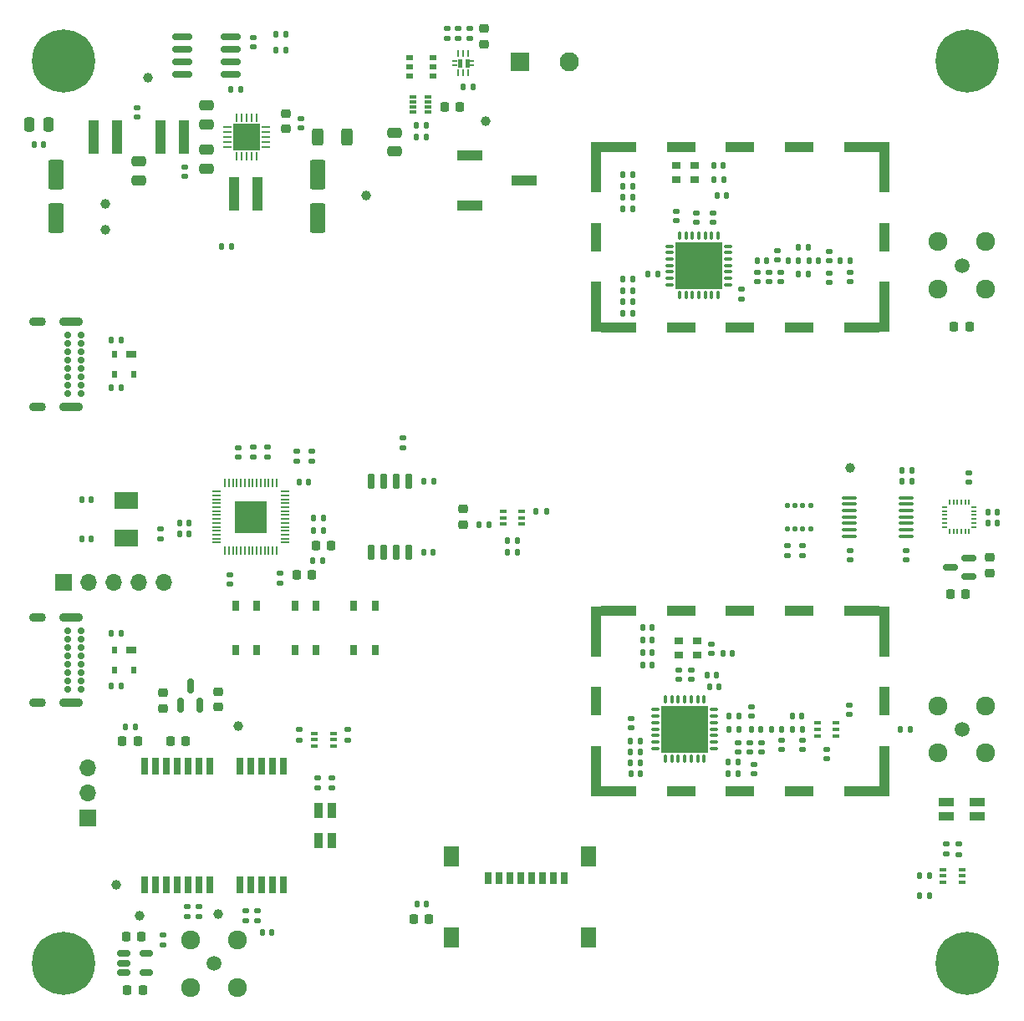
<source format=gts>
%TF.GenerationSoftware,KiCad,Pcbnew,(6.0.7-1)-1*%
%TF.CreationDate,2023-03-01T20:59:10-05:00*%
%TF.ProjectId,HABBoard,48414242-6f61-4726-942e-6b696361645f,rev?*%
%TF.SameCoordinates,Original*%
%TF.FileFunction,Soldermask,Top*%
%TF.FilePolarity,Negative*%
%FSLAX46Y46*%
G04 Gerber Fmt 4.6, Leading zero omitted, Abs format (unit mm)*
G04 Created by KiCad (PCBNEW (6.0.7-1)-1) date 2023-03-01 20:59:10*
%MOMM*%
%LPD*%
G01*
G04 APERTURE LIST*
G04 Aperture macros list*
%AMRoundRect*
0 Rectangle with rounded corners*
0 $1 Rounding radius*
0 $2 $3 $4 $5 $6 $7 $8 $9 X,Y pos of 4 corners*
0 Add a 4 corners polygon primitive as box body*
4,1,4,$2,$3,$4,$5,$6,$7,$8,$9,$2,$3,0*
0 Add four circle primitives for the rounded corners*
1,1,$1+$1,$2,$3*
1,1,$1+$1,$4,$5*
1,1,$1+$1,$6,$7*
1,1,$1+$1,$8,$9*
0 Add four rect primitives between the rounded corners*
20,1,$1+$1,$2,$3,$4,$5,0*
20,1,$1+$1,$4,$5,$6,$7,0*
20,1,$1+$1,$6,$7,$8,$9,0*
20,1,$1+$1,$8,$9,$2,$3,0*%
G04 Aperture macros list end*
%ADD10C,0.100000*%
%ADD11RoundRect,0.140000X-0.140000X-0.170000X0.140000X-0.170000X0.140000X0.170000X-0.140000X0.170000X0*%
%ADD12RoundRect,0.140000X0.170000X-0.140000X0.170000X0.140000X-0.170000X0.140000X-0.170000X-0.140000X0*%
%ADD13RoundRect,0.140000X-0.170000X0.140000X-0.170000X-0.140000X0.170000X-0.140000X0.170000X0.140000X0*%
%ADD14C,1.000000*%
%ADD15RoundRect,0.135000X0.185000X-0.135000X0.185000X0.135000X-0.185000X0.135000X-0.185000X-0.135000X0*%
%ADD16RoundRect,0.135000X0.135000X0.185000X-0.135000X0.185000X-0.135000X-0.185000X0.135000X-0.185000X0*%
%ADD17RoundRect,0.075000X-0.075000X0.312500X-0.075000X-0.312500X0.075000X-0.312500X0.075000X0.312500X0*%
%ADD18RoundRect,0.075000X-0.312500X0.075000X-0.312500X-0.075000X0.312500X-0.075000X0.312500X0.075000X0*%
%ADD19R,4.800000X4.800000*%
%ADD20R,1.000000X0.700000*%
%ADD21R,0.600000X0.700000*%
%ADD22R,0.980000X3.400000*%
%ADD23RoundRect,0.147500X-0.147500X-0.172500X0.147500X-0.172500X0.147500X0.172500X-0.147500X0.172500X0*%
%ADD24RoundRect,0.135000X-0.135000X-0.185000X0.135000X-0.185000X0.135000X0.185000X-0.135000X0.185000X0*%
%ADD25RoundRect,0.050000X-0.050000X0.387500X-0.050000X-0.387500X0.050000X-0.387500X0.050000X0.387500X0*%
%ADD26RoundRect,0.050000X-0.387500X0.050000X-0.387500X-0.050000X0.387500X-0.050000X0.387500X0.050000X0*%
%ADD27R,3.200000X3.200000*%
%ADD28RoundRect,0.012800X-0.317200X-0.147200X0.317200X-0.147200X0.317200X0.147200X-0.317200X0.147200X0*%
%ADD29RoundRect,0.225000X0.250000X-0.225000X0.250000X0.225000X-0.250000X0.225000X-0.250000X-0.225000X0*%
%ADD30R,0.900000X1.500000*%
%ADD31RoundRect,0.135000X-0.185000X0.135000X-0.185000X-0.135000X0.185000X-0.135000X0.185000X0.135000X0*%
%ADD32RoundRect,0.140000X0.140000X0.170000X-0.140000X0.170000X-0.140000X-0.170000X0.140000X-0.170000X0*%
%ADD33R,0.650000X0.400000*%
%ADD34RoundRect,0.250000X0.475000X-0.250000X0.475000X0.250000X-0.475000X0.250000X-0.475000X-0.250000X0*%
%ADD35RoundRect,0.100000X0.637500X0.100000X-0.637500X0.100000X-0.637500X-0.100000X0.637500X-0.100000X0*%
%ADD36RoundRect,0.250000X-0.475000X0.250000X-0.475000X-0.250000X0.475000X-0.250000X0.475000X0.250000X0*%
%ADD37R,2.400000X1.800000*%
%ADD38RoundRect,0.250000X-0.312500X-0.625000X0.312500X-0.625000X0.312500X0.625000X-0.312500X0.625000X0*%
%ADD39RoundRect,0.062500X0.062500X-0.337500X0.062500X0.337500X-0.062500X0.337500X-0.062500X-0.337500X0*%
%ADD40RoundRect,0.062500X0.337500X-0.062500X0.337500X0.062500X-0.337500X0.062500X-0.337500X-0.062500X0*%
%ADD41R,2.700000X2.700000*%
%ADD42R,1.700000X1.700000*%
%ADD43O,1.700000X1.700000*%
%ADD44RoundRect,0.225000X-0.225000X-0.250000X0.225000X-0.250000X0.225000X0.250000X-0.225000X0.250000X0*%
%ADD45RoundRect,0.150000X-0.512500X-0.150000X0.512500X-0.150000X0.512500X0.150000X-0.512500X0.150000X0*%
%ADD46R,1.500000X0.900000*%
%ADD47RoundRect,0.225000X0.225000X0.250000X-0.225000X0.250000X-0.225000X-0.250000X0.225000X-0.250000X0*%
%ADD48RoundRect,0.050000X0.050000X-0.225000X0.050000X0.225000X-0.050000X0.225000X-0.050000X-0.225000X0*%
%ADD49RoundRect,0.050000X0.225000X0.050000X-0.225000X0.050000X-0.225000X-0.050000X0.225000X-0.050000X0*%
%ADD50RoundRect,0.225000X-0.250000X0.225000X-0.250000X-0.225000X0.250000X-0.225000X0.250000X0.225000X0*%
%ADD51R,0.800000X1.800000*%
%ADD52RoundRect,0.150000X0.587500X0.150000X-0.587500X0.150000X-0.587500X-0.150000X0.587500X-0.150000X0*%
%ADD53C,0.700000*%
%ADD54O,2.400000X0.900000*%
%ADD55O,1.700000X0.900000*%
%ADD56RoundRect,0.218750X0.256250X-0.218750X0.256250X0.218750X-0.256250X0.218750X-0.256250X-0.218750X0*%
%ADD57RoundRect,0.125000X-0.125000X-0.137500X0.125000X-0.137500X0.125000X0.137500X-0.125000X0.137500X0*%
%ADD58R,2.500000X1.000000*%
%ADD59R,0.558800X0.254000*%
%ADD60R,0.254000X0.711200*%
%ADD61C,6.400000*%
%ADD62R,0.700000X1.000000*%
%ADD63R,0.800000X1.200000*%
%ADD64R,1.500000X2.000000*%
%ADD65C,1.508000*%
%ADD66C,1.920000*%
%ADD67RoundRect,0.250000X-0.550000X1.250000X-0.550000X-1.250000X0.550000X-1.250000X0.550000X1.250000X0*%
%ADD68R,1.950000X1.950000*%
%ADD69C,1.950000*%
%ADD70R,0.700000X0.510000*%
%ADD71R,0.900000X0.800000*%
%ADD72R,0.990000X5.140000*%
%ADD73R,0.990000X3.000000*%
%ADD74R,3.590000X0.990000*%
%ADD75R,3.000000X0.990000*%
%ADD76R,2.990000X0.990000*%
%ADD77RoundRect,0.150000X0.150000X-0.587500X0.150000X0.587500X-0.150000X0.587500X-0.150000X-0.587500X0*%
%ADD78RoundRect,0.250000X0.250000X0.475000X-0.250000X0.475000X-0.250000X-0.475000X0.250000X-0.475000X0*%
%ADD79RoundRect,0.218750X-0.218750X-0.256250X0.218750X-0.256250X0.218750X0.256250X-0.218750X0.256250X0*%
%ADD80RoundRect,0.150000X-0.825000X-0.150000X0.825000X-0.150000X0.825000X0.150000X-0.825000X0.150000X0*%
%ADD81RoundRect,0.150000X-0.150000X0.650000X-0.150000X-0.650000X0.150000X-0.650000X0.150000X0.650000X0*%
G04 APERTURE END LIST*
%TO.C,U12*%
G36*
X72299600Y-29877063D02*
G01*
X71958400Y-29877063D01*
X71958400Y-29122937D01*
X72299600Y-29122937D01*
X72299600Y-29877063D01*
G37*
D10*
X72299600Y-29877063D02*
X71958400Y-29877063D01*
X71958400Y-29122937D01*
X72299600Y-29122937D01*
X72299600Y-29877063D01*
G36*
X73041600Y-29877063D02*
G01*
X72700400Y-29877063D01*
X72700400Y-29122937D01*
X73041600Y-29122937D01*
X73041600Y-29877063D01*
G37*
X73041600Y-29877063D02*
X72700400Y-29877063D01*
X72700400Y-29122937D01*
X73041600Y-29122937D01*
X73041600Y-29877063D01*
%TD*%
D11*
%TO.C,C37*%
X97895000Y-39850000D03*
X98855000Y-39850000D03*
%TD*%
%TO.C,C77*%
X105455000Y-49500000D03*
X106415000Y-49500000D03*
%TD*%
%TO.C,C25*%
X98195000Y-42925000D03*
X99155000Y-42925000D03*
%TD*%
D12*
%TO.C,C28*%
X96115000Y-45630000D03*
X96115000Y-44670000D03*
%TD*%
%TO.C,C19*%
X89515000Y-96895000D03*
X89515000Y-95935000D03*
%TD*%
D13*
%TO.C,C83*%
X109585000Y-48570000D03*
X109585000Y-49530000D03*
%TD*%
D14*
%TO.C,TP10*%
X62625000Y-42925000D03*
%TD*%
D15*
%TO.C,R10*%
X51250000Y-69435000D03*
X51250000Y-68415000D03*
%TD*%
D16*
%TO.C,R26*%
X80910000Y-74925000D03*
X79890000Y-74925000D03*
%TD*%
D11*
%TO.C,C63*%
X33890000Y-77750000D03*
X34850000Y-77750000D03*
%TD*%
D17*
%TO.C,U10*%
X96885000Y-93997500D03*
X96235000Y-93997500D03*
X95585000Y-93997500D03*
X94935000Y-93997500D03*
X94285000Y-93997500D03*
X93635000Y-93997500D03*
X92985000Y-93997500D03*
D18*
X91947500Y-95035000D03*
X91947500Y-95685000D03*
X91947500Y-96335000D03*
X91947500Y-96985000D03*
X91947500Y-97635000D03*
X91947500Y-98285000D03*
X91947500Y-98935000D03*
D17*
X92985000Y-99972500D03*
X93635000Y-99972500D03*
X94285000Y-99972500D03*
X94935000Y-99972500D03*
X95585000Y-99972500D03*
X96235000Y-99972500D03*
X96885000Y-99972500D03*
D18*
X97922500Y-98935000D03*
X97922500Y-98285000D03*
X97922500Y-97635000D03*
X97922500Y-96985000D03*
X97922500Y-96335000D03*
X97922500Y-95685000D03*
X97922500Y-95035000D03*
D19*
X94935000Y-96985000D03*
%TD*%
D20*
%TO.C,D1*%
X38900000Y-59000000D03*
D21*
X37200000Y-59000000D03*
X37200000Y-61000000D03*
X39100000Y-61000000D03*
%TD*%
D12*
%TO.C,C29*%
X97815000Y-45630000D03*
X97815000Y-44670000D03*
%TD*%
D16*
%TO.C,R31*%
X54560000Y-28200000D03*
X53540000Y-28200000D03*
%TD*%
%TO.C,R23*%
X78010000Y-77900000D03*
X76990000Y-77900000D03*
%TD*%
D22*
%TO.C,L3*%
X37435000Y-37000000D03*
X35065000Y-37000000D03*
%TD*%
D12*
%TO.C,C30*%
X56050000Y-36080000D03*
X56050000Y-35120000D03*
%TD*%
D23*
%TO.C,FB11*%
X88665000Y-51400000D03*
X89635000Y-51400000D03*
%TD*%
D24*
%TO.C,R11*%
X116940000Y-71900000D03*
X117960000Y-71900000D03*
%TD*%
D23*
%TO.C,L9*%
X99450000Y-97035000D03*
X100420000Y-97035000D03*
%TD*%
%TO.C,FB15*%
X88680000Y-40825000D03*
X89650000Y-40825000D03*
%TD*%
D11*
%TO.C,C15*%
X125620000Y-75025000D03*
X126580000Y-75025000D03*
%TD*%
D25*
%TO.C,U5*%
X53580000Y-72062500D03*
X53180000Y-72062500D03*
X52780000Y-72062500D03*
X52380000Y-72062500D03*
X51980000Y-72062500D03*
X51580000Y-72062500D03*
X51180000Y-72062500D03*
X50780000Y-72062500D03*
X50380000Y-72062500D03*
X49980000Y-72062500D03*
X49580000Y-72062500D03*
X49180000Y-72062500D03*
X48780000Y-72062500D03*
X48380000Y-72062500D03*
D26*
X47542500Y-72900000D03*
X47542500Y-73300000D03*
X47542500Y-73700000D03*
X47542500Y-74100000D03*
X47542500Y-74500000D03*
X47542500Y-74900000D03*
X47542500Y-75300000D03*
X47542500Y-75700000D03*
X47542500Y-76100000D03*
X47542500Y-76500000D03*
X47542500Y-76900000D03*
X47542500Y-77300000D03*
X47542500Y-77700000D03*
X47542500Y-78100000D03*
D25*
X48380000Y-78937500D03*
X48780000Y-78937500D03*
X49180000Y-78937500D03*
X49580000Y-78937500D03*
X49980000Y-78937500D03*
X50380000Y-78937500D03*
X50780000Y-78937500D03*
X51180000Y-78937500D03*
X51580000Y-78937500D03*
X51980000Y-78937500D03*
X52380000Y-78937500D03*
X52780000Y-78937500D03*
X53180000Y-78937500D03*
X53580000Y-78937500D03*
D26*
X54417500Y-78100000D03*
X54417500Y-77700000D03*
X54417500Y-77300000D03*
X54417500Y-76900000D03*
X54417500Y-76500000D03*
X54417500Y-76100000D03*
X54417500Y-75700000D03*
X54417500Y-75300000D03*
X54417500Y-74900000D03*
X54417500Y-74500000D03*
X54417500Y-74100000D03*
X54417500Y-73700000D03*
X54417500Y-73300000D03*
X54417500Y-72900000D03*
D27*
X50980000Y-75500000D03*
%TD*%
D28*
%TO.C,U15*%
X67445000Y-32950000D03*
X67445000Y-33450000D03*
X67445000Y-33950000D03*
X67445000Y-34450000D03*
X68915000Y-34450000D03*
X68915000Y-33950000D03*
X68915000Y-33450000D03*
X68915000Y-32950000D03*
%TD*%
D12*
%TO.C,C78*%
X101985000Y-101515000D03*
X101985000Y-100555000D03*
%TD*%
D13*
%TO.C,C75*%
X100335000Y-98355000D03*
X100335000Y-99315000D03*
%TD*%
D29*
%TO.C,C54*%
X74575000Y-27575000D03*
X74575000Y-26025000D03*
%TD*%
D11*
%TO.C,C9*%
X68470000Y-79100000D03*
X69430000Y-79100000D03*
%TD*%
D16*
%TO.C,R1*%
X37885000Y-92600000D03*
X36865000Y-92600000D03*
%TD*%
D12*
%TO.C,C6*%
X49670000Y-69420000D03*
X49670000Y-68460000D03*
%TD*%
D30*
%TO.C,D3*%
X59200000Y-108300000D03*
X57800000Y-108300000D03*
X59200000Y-105200000D03*
X57800000Y-105200000D03*
%TD*%
D15*
%TO.C,R16*%
X60800000Y-98085000D03*
X60800000Y-97065000D03*
%TD*%
D23*
%TO.C,FB7*%
X90690000Y-86695000D03*
X91660000Y-86695000D03*
%TD*%
D13*
%TO.C,C82*%
X104735000Y-98135000D03*
X104735000Y-99095000D03*
%TD*%
D11*
%TO.C,C62*%
X33890000Y-73750000D03*
X34850000Y-73750000D03*
%TD*%
D31*
%TO.C,R35*%
X73125000Y-26015000D03*
X73125000Y-27035000D03*
%TD*%
D32*
%TO.C,C33*%
X29980000Y-37750000D03*
X29020000Y-37750000D03*
%TD*%
D33*
%TO.C,Q2*%
X123025000Y-112525000D03*
X123025000Y-111875000D03*
X123025000Y-111225000D03*
X121125000Y-111225000D03*
X121125000Y-111875000D03*
X121125000Y-112525000D03*
%TD*%
D34*
%TO.C,C57*%
X46500000Y-35700000D03*
X46500000Y-33800000D03*
%TD*%
D23*
%TO.C,FB17*%
X88665000Y-43125000D03*
X89635000Y-43125000D03*
%TD*%
D35*
%TO.C,U7*%
X117362500Y-77450000D03*
X117362500Y-76800000D03*
X117362500Y-76150000D03*
X117362500Y-75500000D03*
X117362500Y-74850000D03*
X117362500Y-74200000D03*
X117362500Y-73550000D03*
X111637500Y-73550000D03*
X111637500Y-74200000D03*
X111637500Y-74850000D03*
X111637500Y-75500000D03*
X111637500Y-76150000D03*
X111637500Y-76800000D03*
X111637500Y-77450000D03*
%TD*%
D15*
%TO.C,R27*%
X42050000Y-118910000D03*
X42050000Y-117890000D03*
%TD*%
D24*
%TO.C,R4*%
X36865000Y-57575000D03*
X37885000Y-57575000D03*
%TD*%
D12*
%TO.C,C64*%
X104350000Y-49480000D03*
X104350000Y-48520000D03*
%TD*%
D36*
%TO.C,C58*%
X39625000Y-39475000D03*
X39625000Y-41375000D03*
%TD*%
D23*
%TO.C,FB16*%
X88680000Y-41975000D03*
X89650000Y-41975000D03*
%TD*%
D14*
%TO.C,TP7*%
X111650000Y-70550000D03*
%TD*%
D11*
%TO.C,C12*%
X57370000Y-76900000D03*
X58330000Y-76900000D03*
%TD*%
D15*
%TO.C,R29*%
X50450000Y-116410000D03*
X50450000Y-115390000D03*
%TD*%
D37*
%TO.C,Y3*%
X38350000Y-77650000D03*
X38350000Y-73850000D03*
%TD*%
D11*
%TO.C,C74*%
X116801250Y-97050000D03*
X117761250Y-97050000D03*
%TD*%
D12*
%TO.C,C23*%
X111635000Y-95515000D03*
X111635000Y-94555000D03*
%TD*%
D38*
%TO.C,R37*%
X57787500Y-37000000D03*
X60712500Y-37000000D03*
%TD*%
D39*
%TO.C,U14*%
X49575000Y-38950000D03*
X50075000Y-38950000D03*
X50575000Y-38950000D03*
X51075000Y-38950000D03*
X51575000Y-38950000D03*
D40*
X52525000Y-38000000D03*
X52525000Y-37500000D03*
X52525000Y-37000000D03*
X52525000Y-36500000D03*
X52525000Y-36000000D03*
D39*
X51575000Y-35050000D03*
X51075000Y-35050000D03*
X50575000Y-35050000D03*
X50075000Y-35050000D03*
X49575000Y-35050000D03*
D40*
X48625000Y-36000000D03*
X48625000Y-36500000D03*
X48625000Y-37000000D03*
X48625000Y-37500000D03*
X48625000Y-38000000D03*
D41*
X50575000Y-37000000D03*
%TD*%
D31*
%TO.C,R13*%
X66425000Y-67440000D03*
X66425000Y-68460000D03*
%TD*%
D42*
%TO.C,J6*%
X32025000Y-82150000D03*
D43*
X34565000Y-82150000D03*
X37105000Y-82150000D03*
X39645000Y-82150000D03*
X42185000Y-82150000D03*
%TD*%
D44*
%TO.C,C53*%
X70625000Y-33950000D03*
X72175000Y-33950000D03*
%TD*%
D23*
%TO.C,FB12*%
X88665000Y-52550000D03*
X89635000Y-52550000D03*
%TD*%
D45*
%TO.C,U1*%
X38112500Y-119750000D03*
X38112500Y-120700000D03*
X38112500Y-121650000D03*
X40387500Y-121650000D03*
X40387500Y-119750000D03*
%TD*%
D23*
%TO.C,L13*%
X105850000Y-97015000D03*
X106820000Y-97015000D03*
%TD*%
D11*
%TO.C,C34*%
X48970000Y-32200000D03*
X49930000Y-32200000D03*
%TD*%
D32*
%TO.C,C71*%
X107415000Y-48200000D03*
X106455000Y-48200000D03*
%TD*%
D33*
%TO.C,Q3*%
X78450000Y-76225000D03*
X78450000Y-75575000D03*
X78450000Y-74925000D03*
X76550000Y-74925000D03*
X76550000Y-75575000D03*
X76550000Y-76225000D03*
%TD*%
D16*
%TO.C,R25*%
X75110000Y-76300000D03*
X74090000Y-76300000D03*
%TD*%
D23*
%TO.C,FB8*%
X90680000Y-87955000D03*
X91650000Y-87955000D03*
%TD*%
D31*
%TO.C,R33*%
X72000000Y-26015000D03*
X72000000Y-27035000D03*
%TD*%
D23*
%TO.C,L7*%
X107500000Y-49500000D03*
X108470000Y-49500000D03*
%TD*%
D13*
%TO.C,C67*%
X101535000Y-98355000D03*
X101535000Y-99315000D03*
%TD*%
D46*
%TO.C,D4*%
X124550000Y-104400000D03*
X124550000Y-105800000D03*
X121450000Y-104400000D03*
X121450000Y-105800000D03*
%TD*%
D32*
%TO.C,C24*%
X92180000Y-50850000D03*
X91220000Y-50850000D03*
%TD*%
D11*
%TO.C,C11*%
X55870000Y-72000000D03*
X56830000Y-72000000D03*
%TD*%
D47*
%TO.C,C44*%
X40025000Y-123400000D03*
X38475000Y-123400000D03*
%TD*%
D48*
%TO.C,U8*%
X121750000Y-77000000D03*
X122150000Y-77000000D03*
X122550000Y-77000000D03*
X122950000Y-77000000D03*
X123350000Y-77000000D03*
X123750000Y-77000000D03*
D49*
X124250000Y-76500000D03*
X124250000Y-76100000D03*
X124250000Y-75700000D03*
X124250000Y-75300000D03*
X124250000Y-74900000D03*
X124250000Y-74500000D03*
D48*
X123750000Y-74000000D03*
X123350000Y-74000000D03*
X122950000Y-74000000D03*
X122550000Y-74000000D03*
X122150000Y-74000000D03*
X121750000Y-74000000D03*
D49*
X121250000Y-74500000D03*
X121250000Y-74900000D03*
X121250000Y-75300000D03*
X121250000Y-75700000D03*
X121250000Y-76100000D03*
X121250000Y-76500000D03*
%TD*%
D14*
%TO.C,TP4*%
X47650000Y-115700000D03*
%TD*%
D11*
%TO.C,C21*%
X97165000Y-91555000D03*
X98125000Y-91555000D03*
%TD*%
D13*
%TO.C,C36*%
X105300000Y-78420000D03*
X105300000Y-79380000D03*
%TD*%
D23*
%TO.C,FB14*%
X88665000Y-54850000D03*
X89635000Y-54850000D03*
%TD*%
D50*
%TO.C,C51*%
X125800000Y-79625000D03*
X125800000Y-81175000D03*
%TD*%
D24*
%TO.C,R34*%
X72515000Y-31925000D03*
X73535000Y-31925000D03*
%TD*%
D13*
%TO.C,C5*%
X53950000Y-81220000D03*
X53950000Y-82180000D03*
%TD*%
D23*
%TO.C,FB5*%
X89460000Y-100385000D03*
X90430000Y-100385000D03*
%TD*%
%TO.C,L10*%
X102265000Y-49500000D03*
X103235000Y-49500000D03*
%TD*%
D13*
%TO.C,C17*%
X117400000Y-78920000D03*
X117400000Y-79880000D03*
%TD*%
D51*
%TO.C,U3*%
X40250000Y-112750000D03*
X41350000Y-112750000D03*
X42450000Y-112750000D03*
X43550000Y-112750000D03*
X44650000Y-112750000D03*
X45750000Y-112750000D03*
X46850000Y-112750000D03*
X49850000Y-112750000D03*
X50950000Y-112750000D03*
X52050000Y-112750000D03*
X53150000Y-112750000D03*
X54250000Y-112750000D03*
X54250000Y-100750000D03*
X53150000Y-100750000D03*
X52050000Y-100750000D03*
X50950000Y-100750000D03*
X49850000Y-100750000D03*
X46850000Y-100750000D03*
X45750000Y-100750000D03*
X44650000Y-100750000D03*
X43550000Y-100750000D03*
X42450000Y-100750000D03*
X41350000Y-100750000D03*
X40250000Y-100750000D03*
%TD*%
D31*
%TO.C,R8*%
X45750000Y-114990000D03*
X45750000Y-116010000D03*
%TD*%
D23*
%TO.C,FB4*%
X89440000Y-99285000D03*
X90410000Y-99285000D03*
%TD*%
D13*
%TO.C,C38*%
X106900000Y-78420000D03*
X106900000Y-79380000D03*
%TD*%
%TO.C,C65*%
X111685000Y-50720000D03*
X111685000Y-51680000D03*
%TD*%
D15*
%TO.C,R5*%
X57150000Y-69810000D03*
X57150000Y-68790000D03*
%TD*%
D23*
%TO.C,FB13*%
X88665000Y-53700000D03*
X89635000Y-53700000D03*
%TD*%
D11*
%TO.C,C27*%
X97445000Y-92745000D03*
X98405000Y-92745000D03*
%TD*%
D52*
%TO.C,U9*%
X123687500Y-81550000D03*
X123687500Y-79650000D03*
X121812500Y-80600000D03*
%TD*%
D53*
%TO.C,J1*%
X33775000Y-57025000D03*
X33775000Y-57875000D03*
X33775000Y-58725000D03*
X33775000Y-59575000D03*
X33775000Y-60425000D03*
X33775000Y-61275000D03*
X33775000Y-62125000D03*
X33775000Y-62975000D03*
X32425000Y-62975000D03*
X32425000Y-62125000D03*
X32425000Y-61275000D03*
X32425000Y-60425000D03*
X32425000Y-59575000D03*
X32425000Y-58725000D03*
X32425000Y-57875000D03*
X32425000Y-57025000D03*
D54*
X32795000Y-64325000D03*
X32795000Y-55675000D03*
D55*
X29415000Y-64325000D03*
X29415000Y-55675000D03*
%TD*%
D53*
%TO.C,J2*%
X33775000Y-87025000D03*
X33775000Y-87875000D03*
X33775000Y-88725000D03*
X33775000Y-89575000D03*
X33775000Y-90425000D03*
X33775000Y-91275000D03*
X33775000Y-92125000D03*
X33775000Y-92975000D03*
X32425000Y-92975000D03*
X32425000Y-92125000D03*
X32425000Y-91275000D03*
X32425000Y-90425000D03*
X32425000Y-89575000D03*
X32425000Y-88725000D03*
X32425000Y-87875000D03*
X32425000Y-87025000D03*
D54*
X32795000Y-85675000D03*
D55*
X29415000Y-94325000D03*
D54*
X32795000Y-94325000D03*
D55*
X29415000Y-85675000D03*
%TD*%
D56*
%TO.C,D5*%
X72475000Y-76287500D03*
X72475000Y-74712500D03*
%TD*%
D57*
%TO.C,U6*%
X105300000Y-74312500D03*
X106100000Y-74312500D03*
X106900000Y-74312500D03*
X107700000Y-74312500D03*
X107700000Y-76687500D03*
X106900000Y-76687500D03*
X106100000Y-76687500D03*
X105300000Y-76687500D03*
%TD*%
D13*
%TO.C,C76*%
X103450000Y-50720000D03*
X103450000Y-51680000D03*
%TD*%
D14*
%TO.C,TP5*%
X49675000Y-96700000D03*
%TD*%
D12*
%TO.C,C32*%
X39500000Y-34980000D03*
X39500000Y-34020000D03*
%TD*%
D14*
%TO.C,TP2*%
X39725000Y-115875000D03*
%TD*%
D58*
%TO.C,SW4*%
X73150000Y-38900000D03*
X78650000Y-41400000D03*
X73150000Y-43900000D03*
%TD*%
D59*
%TO.C,U12*%
X73321000Y-29750063D03*
X73321000Y-29249937D03*
D60*
X73000126Y-28499999D03*
X72500000Y-28499999D03*
X71999874Y-28499999D03*
D59*
X71679000Y-29249937D03*
X71679000Y-29750063D03*
D60*
X71999874Y-30500001D03*
X72500000Y-30500001D03*
X73000126Y-30500001D03*
%TD*%
D23*
%TO.C,L5*%
X99450000Y-95685000D03*
X100420000Y-95685000D03*
%TD*%
D16*
%TO.C,R28*%
X68760000Y-37000000D03*
X67740000Y-37000000D03*
%TD*%
D61*
%TO.C,H4*%
X123500000Y-120750000D03*
%TD*%
D62*
%TO.C,SW3*%
X61425000Y-89000000D03*
X61425000Y-84500000D03*
X63575000Y-89000000D03*
X63575000Y-84500000D03*
%TD*%
D23*
%TO.C,FB10*%
X90670000Y-90495000D03*
X91640000Y-90495000D03*
%TD*%
D14*
%TO.C,TP1*%
X36250000Y-46425000D03*
%TD*%
D23*
%TO.C,FB3*%
X89440000Y-98215000D03*
X90410000Y-98215000D03*
%TD*%
D42*
%TO.C,J5*%
X34450000Y-106000000D03*
D43*
X34450000Y-103460000D03*
X34450000Y-100920000D03*
%TD*%
D12*
%TO.C,C73*%
X109335000Y-100015000D03*
X109335000Y-99055000D03*
%TD*%
D63*
%TO.C,J3*%
X75025000Y-112125000D03*
X76125000Y-112125000D03*
X77225000Y-112125000D03*
X78325000Y-112125000D03*
X79425000Y-112125000D03*
X80525000Y-112125000D03*
X81625000Y-112125000D03*
X82725000Y-112125000D03*
D64*
X85195000Y-109925000D03*
X85195000Y-118125000D03*
X71305000Y-118125000D03*
X71305000Y-109925000D03*
%TD*%
D16*
%TO.C,R3*%
X37885000Y-62375000D03*
X36865000Y-62375000D03*
%TD*%
D15*
%TO.C,R15*%
X55925000Y-98085000D03*
X55925000Y-97065000D03*
%TD*%
D62*
%TO.C,SW2*%
X55425000Y-89000000D03*
X55425000Y-84500000D03*
X57575000Y-89000000D03*
X57575000Y-84500000D03*
%TD*%
D24*
%TO.C,R30*%
X53540000Y-26600000D03*
X54560000Y-26600000D03*
%TD*%
D23*
%TO.C,FB9*%
X90670000Y-89205000D03*
X91640000Y-89205000D03*
%TD*%
%TO.C,L11*%
X99350000Y-101485000D03*
X100320000Y-101485000D03*
%TD*%
%TO.C,FB6*%
X89480000Y-101485000D03*
X90450000Y-101485000D03*
%TD*%
D13*
%TO.C,C69*%
X102735000Y-98355000D03*
X102735000Y-99315000D03*
%TD*%
D11*
%TO.C,C80*%
X101655000Y-97015000D03*
X102615000Y-97015000D03*
%TD*%
D17*
%TO.C,U11*%
X98315000Y-47012500D03*
X97665000Y-47012500D03*
X97015000Y-47012500D03*
X96365000Y-47012500D03*
X95715000Y-47012500D03*
X95065000Y-47012500D03*
X94415000Y-47012500D03*
D18*
X93377500Y-48050000D03*
X93377500Y-48700000D03*
X93377500Y-49350000D03*
X93377500Y-50000000D03*
X93377500Y-50650000D03*
X93377500Y-51300000D03*
X93377500Y-51950000D03*
D17*
X94415000Y-52987500D03*
X95065000Y-52987500D03*
X95715000Y-52987500D03*
X96365000Y-52987500D03*
X97015000Y-52987500D03*
X97665000Y-52987500D03*
X98315000Y-52987500D03*
D18*
X99352500Y-51950000D03*
X99352500Y-51300000D03*
X99352500Y-50650000D03*
X99352500Y-50000000D03*
X99352500Y-49350000D03*
X99352500Y-48700000D03*
X99352500Y-48050000D03*
D19*
X96365000Y-50000000D03*
%TD*%
D33*
%TO.C,Q1*%
X59325000Y-98725000D03*
X59325000Y-98075000D03*
X59325000Y-97425000D03*
X57425000Y-97425000D03*
X57425000Y-98075000D03*
X57425000Y-98725000D03*
%TD*%
D29*
%TO.C,C52*%
X54500000Y-36175000D03*
X54500000Y-34625000D03*
%TD*%
D23*
%TO.C,L8*%
X110700000Y-49500000D03*
X111670000Y-49500000D03*
%TD*%
D32*
%TO.C,C14*%
X44730000Y-77200000D03*
X43770000Y-77200000D03*
%TD*%
D62*
%TO.C,SW1*%
X49425000Y-89000000D03*
X49425000Y-84500000D03*
X51575000Y-89000000D03*
X51575000Y-84500000D03*
%TD*%
D12*
%TO.C,C81*%
X101685000Y-95665000D03*
X101685000Y-94705000D03*
%TD*%
D11*
%TO.C,C16*%
X125620000Y-76100000D03*
X126580000Y-76100000D03*
%TD*%
D15*
%TO.C,R9*%
X52650000Y-69435000D03*
X52650000Y-68415000D03*
%TD*%
D31*
%TO.C,R7*%
X44550000Y-114990000D03*
X44550000Y-116010000D03*
%TD*%
D24*
%TO.C,R32*%
X68490000Y-71900000D03*
X69510000Y-71900000D03*
%TD*%
D32*
%TO.C,C8*%
X44730000Y-76125000D03*
X43770000Y-76125000D03*
%TD*%
D33*
%TO.C,U13*%
X108385000Y-96365000D03*
X108385000Y-97015000D03*
X108385000Y-97665000D03*
X110285000Y-97665000D03*
X110285000Y-97015000D03*
X110285000Y-96365000D03*
%TD*%
D65*
%TO.C,J8*%
X123000000Y-97025000D03*
D66*
X120600000Y-94625000D03*
X120600000Y-99425000D03*
X125400000Y-99425000D03*
X125400000Y-94625000D03*
%TD*%
D13*
%TO.C,C22*%
X100650000Y-52420000D03*
X100650000Y-53380000D03*
%TD*%
D16*
%TO.C,R38*%
X49020000Y-48060000D03*
X48000000Y-48060000D03*
%TD*%
D44*
%TO.C,C43*%
X55625000Y-81400000D03*
X57175000Y-81400000D03*
%TD*%
D47*
%TO.C,C50*%
X123375000Y-83300000D03*
X121825000Y-83300000D03*
%TD*%
D12*
%TO.C,C87*%
X123750000Y-72005000D03*
X123750000Y-71045000D03*
%TD*%
D65*
%TO.C,J4*%
X47250000Y-120750000D03*
D66*
X44850000Y-118350000D03*
X44850000Y-123150000D03*
X49650000Y-123150000D03*
X49650000Y-118350000D03*
%TD*%
D67*
%TO.C,C61*%
X31250000Y-40800000D03*
X31250000Y-45200000D03*
%TD*%
D15*
%TO.C,R18*%
X59225000Y-102935000D03*
X59225000Y-101915000D03*
%TD*%
D13*
%TO.C,C72*%
X109585000Y-50770000D03*
X109585000Y-51730000D03*
%TD*%
D29*
%TO.C,C47*%
X47650000Y-94775000D03*
X47650000Y-93225000D03*
%TD*%
D13*
%TO.C,C18*%
X111650000Y-78920000D03*
X111650000Y-79880000D03*
%TD*%
D11*
%TO.C,C84*%
X105855000Y-95665000D03*
X106815000Y-95665000D03*
%TD*%
D12*
%TO.C,C85*%
X94345000Y-91955000D03*
X94345000Y-90995000D03*
%TD*%
D47*
%TO.C,C42*%
X39925000Y-118000000D03*
X38375000Y-118000000D03*
%TD*%
D12*
%TO.C,C26*%
X95595000Y-91955000D03*
X95595000Y-90995000D03*
%TD*%
D65*
%TO.C,J7*%
X123000000Y-50000000D03*
D66*
X120600000Y-47600000D03*
X120600000Y-52400000D03*
X125400000Y-52400000D03*
X125400000Y-47600000D03*
%TD*%
D47*
%TO.C,C41*%
X69035000Y-116240000D03*
X67485000Y-116240000D03*
%TD*%
D23*
%TO.C,L4*%
X52165000Y-117600000D03*
X53135000Y-117600000D03*
%TD*%
D13*
%TO.C,C68*%
X104650000Y-50720000D03*
X104650000Y-51680000D03*
%TD*%
D36*
%TO.C,C55*%
X65550000Y-36550000D03*
X65550000Y-38450000D03*
%TD*%
D23*
%TO.C,FB18*%
X88680000Y-44275000D03*
X89650000Y-44275000D03*
%TD*%
D22*
%TO.C,L1*%
X51685000Y-42750000D03*
X49315000Y-42750000D03*
%TD*%
D68*
%TO.C,BT1*%
X78250000Y-29337500D03*
D69*
X83250000Y-29337500D03*
%TD*%
D13*
%TO.C,C10*%
X48880000Y-81320000D03*
X48880000Y-82280000D03*
%TD*%
D23*
%TO.C,FB2*%
X97890000Y-41300000D03*
X98860000Y-41300000D03*
%TD*%
%TO.C,FB1*%
X98780000Y-89305000D03*
X99750000Y-89305000D03*
%TD*%
D16*
%TO.C,R24*%
X78010000Y-79075000D03*
X76990000Y-79075000D03*
%TD*%
D15*
%TO.C,R6*%
X55650000Y-69810000D03*
X55650000Y-68790000D03*
%TD*%
D16*
%TO.C,R20*%
X119735000Y-113875000D03*
X118715000Y-113875000D03*
%TD*%
D70*
%TO.C,Q4*%
X67090000Y-28950000D03*
X67090000Y-29900000D03*
X67090000Y-30850000D03*
X69410000Y-30850000D03*
X69410000Y-29900000D03*
X69410000Y-28950000D03*
%TD*%
D71*
%TO.C,Y1*%
X96220000Y-88040000D03*
X94370000Y-88040000D03*
X94370000Y-89490000D03*
X96220000Y-89490000D03*
%TD*%
D13*
%TO.C,C70*%
X102250000Y-50720000D03*
X102250000Y-51680000D03*
%TD*%
D22*
%TO.C,L2*%
X44185000Y-37000000D03*
X41815000Y-37000000D03*
%TD*%
D31*
%TO.C,R22*%
X122725000Y-108665000D03*
X122725000Y-109685000D03*
%TD*%
D72*
%TO.C,J9*%
X85970000Y-40080000D03*
D73*
X85970000Y-47150000D03*
D72*
X85970000Y-54220000D03*
D74*
X88260000Y-56295000D03*
D75*
X94555000Y-56295000D03*
D76*
X100550000Y-56295000D03*
D75*
X106545000Y-56295000D03*
D74*
X112840000Y-56295000D03*
D72*
X115130000Y-54220000D03*
D73*
X115130000Y-47150000D03*
D72*
X115130000Y-40080000D03*
D74*
X112840000Y-38005000D03*
D75*
X106545000Y-38005000D03*
D76*
X100550000Y-38005000D03*
D75*
X94555000Y-38005000D03*
D74*
X88260000Y-38005000D03*
%TD*%
D15*
%TO.C,R14*%
X41850000Y-77760000D03*
X41850000Y-76740000D03*
%TD*%
D77*
%TO.C,U4*%
X43900000Y-94537500D03*
X45800000Y-94537500D03*
X44850000Y-92662500D03*
%TD*%
D36*
%TO.C,C56*%
X46500000Y-38300000D03*
X46500000Y-40200000D03*
%TD*%
D61*
%TO.C,H1*%
X32000000Y-29250000D03*
%TD*%
D13*
%TO.C,C31*%
X44250000Y-40020000D03*
X44250000Y-40980000D03*
%TD*%
D78*
%TO.C,C59*%
X30450000Y-35750000D03*
X28550000Y-35750000D03*
%TD*%
D72*
%TO.C,J10*%
X85970000Y-87080000D03*
D73*
X85970000Y-94150000D03*
D72*
X85970000Y-101220000D03*
D74*
X88260000Y-103295000D03*
D75*
X94555000Y-103295000D03*
D76*
X100550000Y-103295000D03*
D75*
X106545000Y-103295000D03*
D74*
X112840000Y-103295000D03*
D72*
X115130000Y-101220000D03*
D73*
X115130000Y-94150000D03*
D72*
X115130000Y-87080000D03*
D74*
X112840000Y-85005000D03*
D75*
X106545000Y-85005000D03*
D76*
X100550000Y-85005000D03*
D75*
X94555000Y-85005000D03*
D74*
X88260000Y-85005000D03*
%TD*%
D11*
%TO.C,C13*%
X57370000Y-75600000D03*
X58330000Y-75600000D03*
%TD*%
D47*
%TO.C,C40*%
X39525000Y-98200000D03*
X37975000Y-98200000D03*
%TD*%
D14*
%TO.C,TP11*%
X36250000Y-43775000D03*
%TD*%
D79*
%TO.C,D6*%
X122212500Y-56250000D03*
X123787500Y-56250000D03*
%TD*%
D16*
%TO.C,R19*%
X119735000Y-111875000D03*
X118715000Y-111875000D03*
%TD*%
D80*
%TO.C,U16*%
X44025000Y-26845000D03*
X44025000Y-28115000D03*
X44025000Y-29385000D03*
X44025000Y-30655000D03*
X48975000Y-30655000D03*
X48975000Y-29385000D03*
X48975000Y-28115000D03*
X48975000Y-26845000D03*
%TD*%
D13*
%TO.C,C79*%
X106835000Y-98135000D03*
X106835000Y-99095000D03*
%TD*%
D24*
%TO.C,R36*%
X67740000Y-35800000D03*
X68760000Y-35800000D03*
%TD*%
D32*
%TO.C,C1*%
X39270000Y-96810000D03*
X38310000Y-96810000D03*
%TD*%
D11*
%TO.C,C4*%
X57270000Y-79900000D03*
X58230000Y-79900000D03*
%TD*%
D12*
%TO.C,C3*%
X51650000Y-116380000D03*
X51650000Y-115420000D03*
%TD*%
D14*
%TO.C,TP8*%
X74775000Y-35375000D03*
%TD*%
D13*
%TO.C,C39*%
X51250000Y-26920000D03*
X51250000Y-27880000D03*
%TD*%
D71*
%TO.C,Y2*%
X95900000Y-39850000D03*
X94050000Y-39850000D03*
X94050000Y-41300000D03*
X95900000Y-41300000D03*
%TD*%
D44*
%TO.C,C48*%
X42825000Y-98200000D03*
X44375000Y-98200000D03*
%TD*%
D61*
%TO.C,H3*%
X32000000Y-120750000D03*
%TD*%
D32*
%TO.C,C2*%
X68780000Y-114700000D03*
X67820000Y-114700000D03*
%TD*%
D29*
%TO.C,C46*%
X42050000Y-94875000D03*
X42050000Y-93325000D03*
%TD*%
D81*
%TO.C,U2*%
X66955000Y-71900000D03*
X65685000Y-71900000D03*
X64415000Y-71900000D03*
X63145000Y-71900000D03*
X63145000Y-79100000D03*
X64415000Y-79100000D03*
X65685000Y-79100000D03*
X66955000Y-79100000D03*
%TD*%
D23*
%TO.C,L12*%
X103750000Y-97015000D03*
X104720000Y-97015000D03*
%TD*%
D67*
%TO.C,C60*%
X57750000Y-40800000D03*
X57750000Y-45200000D03*
%TD*%
D15*
%TO.C,R21*%
X121450000Y-109660000D03*
X121450000Y-108640000D03*
%TD*%
D61*
%TO.C,H2*%
X123500000Y-29250000D03*
%TD*%
D14*
%TO.C,TP9*%
X40550000Y-31000000D03*
%TD*%
D31*
%TO.C,R17*%
X57775000Y-101930000D03*
X57775000Y-102950000D03*
%TD*%
D24*
%TO.C,R2*%
X36865000Y-87275000D03*
X37885000Y-87275000D03*
%TD*%
D23*
%TO.C,L6*%
X106450000Y-50850000D03*
X107420000Y-50850000D03*
%TD*%
D12*
%TO.C,C86*%
X94050000Y-45505000D03*
X94050000Y-44545000D03*
%TD*%
%TO.C,C66*%
X70875000Y-26980000D03*
X70875000Y-26020000D03*
%TD*%
D44*
%TO.C,C49*%
X57575000Y-78400000D03*
X59125000Y-78400000D03*
%TD*%
D11*
%TO.C,C20*%
X99355000Y-100335000D03*
X100315000Y-100335000D03*
%TD*%
D12*
%TO.C,C35*%
X97635000Y-89345000D03*
X97635000Y-88385000D03*
%TD*%
D14*
%TO.C,TP3*%
X37350000Y-112800000D03*
%TD*%
D20*
%TO.C,D2*%
X38900000Y-89000000D03*
D21*
X37200000Y-89000000D03*
X37200000Y-91000000D03*
X39100000Y-91000000D03*
%TD*%
D24*
%TO.C,R12*%
X116940000Y-70750000D03*
X117960000Y-70750000D03*
%TD*%
M02*

</source>
